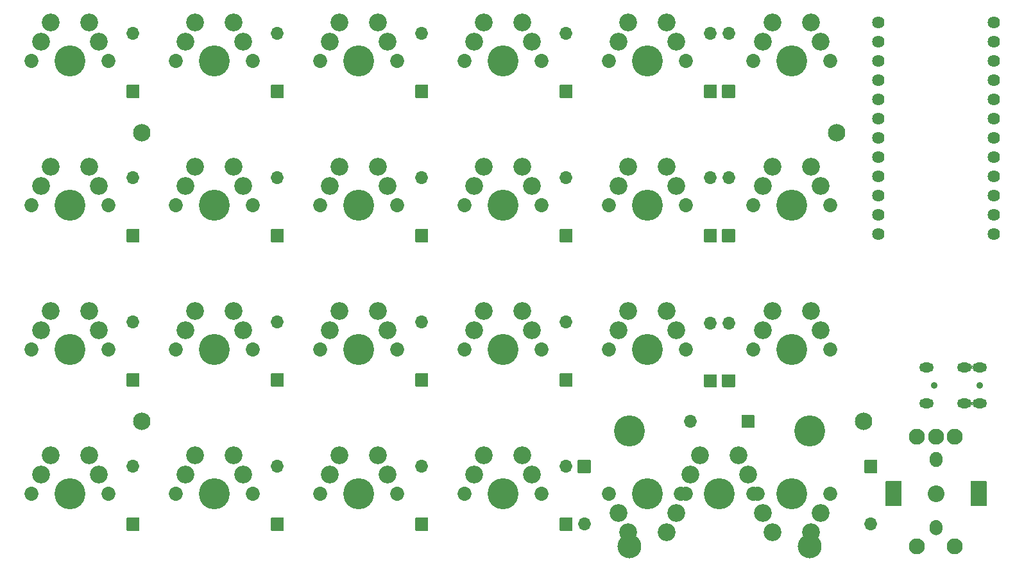
<source format=gts>
G04 #@! TF.GenerationSoftware,KiCad,Pcbnew,(5.1.10)-1*
G04 #@! TF.CreationDate,2021-08-14T02:52:01+09:00*
G04 #@! TF.ProjectId,Lyrae,4c797261-652e-46b6-9963-61645f706362,rev?*
G04 #@! TF.SameCoordinates,Original*
G04 #@! TF.FileFunction,Soldermask,Top*
G04 #@! TF.FilePolarity,Negative*
%FSLAX46Y46*%
G04 Gerber Fmt 4.6, Leading zero omitted, Abs format (unit mm)*
G04 Created by KiCad (PCBNEW (5.1.10)-1) date 2021-08-14 02:52:01*
%MOMM*%
%LPD*%
G01*
G04 APERTURE LIST*
%ADD10O,1.902000X1.302000*%
%ADD11C,0.902000*%
%ADD12C,2.302000*%
%ADD13C,1.626000*%
%ADD14C,4.089800*%
%ADD15C,3.150000*%
%ADD16C,1.852000*%
%ADD17C,2.352000*%
%ADD18C,2.102000*%
%ADD19C,2.202000*%
%ADD20O,1.702000X1.702000*%
%ADD21C,0.100000*%
G04 APERTURE END LIST*
D10*
X199012763Y-108733187D03*
X199012763Y-113533187D03*
X204012763Y-113533187D03*
X204012763Y-108733187D03*
X206012763Y-113533187D03*
X206012763Y-108733187D03*
D11*
X200012763Y-111133187D03*
X206012763Y-111133187D03*
D12*
X190762683Y-115895707D03*
X187190793Y-77795547D03*
X95512283Y-115895707D03*
X95512283Y-77795547D03*
D13*
X207902179Y-63245491D03*
X207902179Y-65785491D03*
X207902179Y-68325491D03*
X207902179Y-70865491D03*
X207902179Y-73405491D03*
X207902179Y-75945491D03*
X207902179Y-78485491D03*
X207902179Y-81025491D03*
X207902179Y-83565491D03*
X207902179Y-86105491D03*
X207902179Y-88645491D03*
X207902179Y-91185491D03*
X192662179Y-91185491D03*
X192662179Y-88645491D03*
X192662179Y-86105491D03*
X192662179Y-83565491D03*
X192662179Y-81025491D03*
X192662179Y-78485491D03*
X192662179Y-75945491D03*
X192662179Y-73405491D03*
X192662179Y-70865491D03*
X192662179Y-68325491D03*
X192662179Y-65785491D03*
X192662179Y-63245491D03*
D14*
X183618453Y-117165467D03*
X159805953Y-117165467D03*
D15*
X183618453Y-132405467D03*
X159805953Y-132405467D03*
D16*
X176792203Y-125420467D03*
X166632203Y-125420467D03*
D17*
X167902203Y-122880467D03*
D14*
X171712203Y-125420467D03*
D17*
X174252203Y-120340467D03*
D14*
X171712203Y-125420467D03*
D16*
X176792203Y-125420467D03*
D17*
X175522203Y-122880467D03*
D16*
X166632203Y-125420467D03*
D17*
X169172203Y-120340467D03*
D16*
X176157203Y-125420467D03*
X186317203Y-125420467D03*
D17*
X185047203Y-127960467D03*
D14*
X181237203Y-125420467D03*
D17*
X178697203Y-130500467D03*
D14*
X181237203Y-125420467D03*
D16*
X176157203Y-125420467D03*
D17*
X177427203Y-127960467D03*
D16*
X186317203Y-125420467D03*
D17*
X183777203Y-130500467D03*
D16*
X157107203Y-125420467D03*
X167267203Y-125420467D03*
D17*
X165997203Y-127960467D03*
D14*
X162187203Y-125420467D03*
D17*
X159647203Y-130500467D03*
D14*
X162187203Y-125420467D03*
D16*
X157107203Y-125420467D03*
D17*
X158377203Y-127960467D03*
D16*
X167267203Y-125420467D03*
D17*
X164727203Y-130500467D03*
D16*
X148217483Y-125420747D03*
X138057483Y-125420747D03*
D17*
X139327483Y-122880747D03*
D14*
X143137483Y-125420747D03*
D17*
X145677483Y-120340747D03*
D14*
X143137483Y-125420747D03*
D16*
X148217483Y-125420747D03*
D17*
X146947483Y-122880747D03*
D16*
X138057483Y-125420747D03*
D17*
X140597483Y-120340747D03*
D16*
X129167403Y-125420747D03*
X119007403Y-125420747D03*
D17*
X120277403Y-122880747D03*
D14*
X124087403Y-125420747D03*
D17*
X126627403Y-120340747D03*
D14*
X124087403Y-125420747D03*
D16*
X129167403Y-125420747D03*
D17*
X127897403Y-122880747D03*
D16*
X119007403Y-125420747D03*
D17*
X121547403Y-120340747D03*
D16*
X110117323Y-125420747D03*
X99957323Y-125420747D03*
D17*
X101227323Y-122880747D03*
D14*
X105037323Y-125420747D03*
D17*
X107577323Y-120340747D03*
D14*
X105037323Y-125420747D03*
D16*
X110117323Y-125420747D03*
D17*
X108847323Y-122880747D03*
D16*
X99957323Y-125420747D03*
D17*
X102497323Y-120340747D03*
D16*
X91067243Y-125420747D03*
X80907243Y-125420747D03*
D17*
X82177243Y-122880747D03*
D14*
X85987243Y-125420747D03*
D17*
X88527243Y-120340747D03*
D14*
X85987243Y-125420747D03*
D16*
X91067243Y-125420747D03*
D17*
X89797243Y-122880747D03*
D16*
X80907243Y-125420747D03*
D17*
X83447243Y-120340747D03*
D16*
X186317643Y-106370667D03*
X176157643Y-106370667D03*
D17*
X177427643Y-103830667D03*
D14*
X181237643Y-106370667D03*
D17*
X183777643Y-101290667D03*
D14*
X181237643Y-106370667D03*
D16*
X186317643Y-106370667D03*
D17*
X185047643Y-103830667D03*
D16*
X176157643Y-106370667D03*
D17*
X178697643Y-101290667D03*
D16*
X167267203Y-106370531D03*
X157107203Y-106370531D03*
D17*
X158377203Y-103830531D03*
D14*
X162187203Y-106370531D03*
D17*
X164727203Y-101290531D03*
D14*
X162187203Y-106370531D03*
D16*
X167267203Y-106370531D03*
D17*
X165997203Y-103830531D03*
D16*
X157107203Y-106370531D03*
D17*
X159647203Y-101290531D03*
D16*
X148217483Y-106370667D03*
X138057483Y-106370667D03*
D17*
X139327483Y-103830667D03*
D14*
X143137483Y-106370667D03*
D17*
X145677483Y-101290667D03*
D14*
X143137483Y-106370667D03*
D16*
X148217483Y-106370667D03*
D17*
X146947483Y-103830667D03*
D16*
X138057483Y-106370667D03*
D17*
X140597483Y-101290667D03*
D16*
X129167403Y-106370667D03*
X119007403Y-106370667D03*
D17*
X120277403Y-103830667D03*
D14*
X124087403Y-106370667D03*
D17*
X126627403Y-101290667D03*
D14*
X124087403Y-106370667D03*
D16*
X129167403Y-106370667D03*
D17*
X127897403Y-103830667D03*
D16*
X119007403Y-106370667D03*
D17*
X121547403Y-101290667D03*
D16*
X110117323Y-106370667D03*
X99957323Y-106370667D03*
D17*
X101227323Y-103830667D03*
D14*
X105037323Y-106370667D03*
D17*
X107577323Y-101290667D03*
D14*
X105037323Y-106370667D03*
D16*
X110117323Y-106370667D03*
D17*
X108847323Y-103830667D03*
D16*
X99957323Y-106370667D03*
D17*
X102497323Y-101290667D03*
D16*
X91067243Y-106370667D03*
X80907243Y-106370667D03*
D17*
X82177243Y-103830667D03*
D14*
X85987243Y-106370667D03*
D17*
X88527243Y-101290667D03*
D14*
X85987243Y-106370667D03*
D16*
X91067243Y-106370667D03*
D17*
X89797243Y-103830667D03*
D16*
X80907243Y-106370667D03*
D17*
X83447243Y-101290667D03*
D16*
X186317643Y-87320587D03*
X176157643Y-87320587D03*
D17*
X177427643Y-84780587D03*
D14*
X181237643Y-87320587D03*
D17*
X183777643Y-82240587D03*
D14*
X181237643Y-87320587D03*
D16*
X186317643Y-87320587D03*
D17*
X185047643Y-84780587D03*
D16*
X176157643Y-87320587D03*
D17*
X178697643Y-82240587D03*
D16*
X167267563Y-87320587D03*
X157107563Y-87320587D03*
D17*
X158377563Y-84780587D03*
D14*
X162187563Y-87320587D03*
D17*
X164727563Y-82240587D03*
D14*
X162187563Y-87320587D03*
D16*
X167267563Y-87320587D03*
D17*
X165997563Y-84780587D03*
D16*
X157107563Y-87320587D03*
D17*
X159647563Y-82240587D03*
D16*
X148217483Y-87320587D03*
X138057483Y-87320587D03*
D17*
X139327483Y-84780587D03*
D14*
X143137483Y-87320587D03*
D17*
X145677483Y-82240587D03*
D14*
X143137483Y-87320587D03*
D16*
X148217483Y-87320587D03*
D17*
X146947483Y-84780587D03*
D16*
X138057483Y-87320587D03*
D17*
X140597483Y-82240587D03*
D16*
X129167403Y-87320587D03*
X119007403Y-87320587D03*
D17*
X120277403Y-84780587D03*
D14*
X124087403Y-87320587D03*
D17*
X126627403Y-82240587D03*
D14*
X124087403Y-87320587D03*
D16*
X129167403Y-87320587D03*
D17*
X127897403Y-84780587D03*
D16*
X119007403Y-87320587D03*
D17*
X121547403Y-82240587D03*
D16*
X110117323Y-87320587D03*
X99957323Y-87320587D03*
D17*
X101227323Y-84780587D03*
D14*
X105037323Y-87320587D03*
D17*
X107577323Y-82240587D03*
D14*
X105037323Y-87320587D03*
D16*
X110117323Y-87320587D03*
D17*
X108847323Y-84780587D03*
D16*
X99957323Y-87320587D03*
D17*
X102497323Y-82240587D03*
D16*
X91067243Y-87320587D03*
X80907243Y-87320587D03*
D17*
X82177243Y-84780587D03*
D14*
X85987243Y-87320587D03*
D17*
X88527243Y-82240587D03*
D14*
X85987243Y-87320587D03*
D16*
X91067243Y-87320587D03*
D17*
X89797243Y-84780587D03*
D16*
X80907243Y-87320587D03*
D17*
X83447243Y-82240587D03*
D16*
X186317603Y-68270467D03*
X176157603Y-68270467D03*
D17*
X177427603Y-65730467D03*
D14*
X181237603Y-68270467D03*
D17*
X183777603Y-63190467D03*
D14*
X181237603Y-68270467D03*
D16*
X186317603Y-68270467D03*
D17*
X185047603Y-65730467D03*
D16*
X176157603Y-68270467D03*
D17*
X178697603Y-63190467D03*
D16*
X167267523Y-68270467D03*
X157107523Y-68270467D03*
D17*
X158377523Y-65730467D03*
D14*
X162187523Y-68270467D03*
D17*
X164727523Y-63190467D03*
D14*
X162187523Y-68270467D03*
D16*
X167267523Y-68270467D03*
D17*
X165997523Y-65730467D03*
D16*
X157107523Y-68270467D03*
D17*
X159647523Y-63190467D03*
D16*
X148217443Y-68270467D03*
X138057443Y-68270467D03*
D17*
X139327443Y-65730467D03*
D14*
X143137443Y-68270467D03*
D17*
X145677443Y-63190467D03*
D14*
X143137443Y-68270467D03*
D16*
X148217443Y-68270467D03*
D17*
X146947443Y-65730467D03*
D16*
X138057443Y-68270467D03*
D17*
X140597443Y-63190467D03*
D16*
X129167363Y-68270467D03*
X119007363Y-68270467D03*
D17*
X120277363Y-65730467D03*
D14*
X124087363Y-68270467D03*
D17*
X126627363Y-63190467D03*
D14*
X124087363Y-68270467D03*
D16*
X129167363Y-68270467D03*
D17*
X127897363Y-65730467D03*
D16*
X119007363Y-68270467D03*
D17*
X121547363Y-63190467D03*
D16*
X110117283Y-68270467D03*
X99957283Y-68270467D03*
D17*
X101227283Y-65730467D03*
D14*
X105037283Y-68270467D03*
D17*
X107577283Y-63190467D03*
D14*
X105037283Y-68270467D03*
D16*
X110117283Y-68270467D03*
D17*
X108847283Y-65730467D03*
D16*
X99957283Y-68270467D03*
D17*
X102497283Y-63190467D03*
D16*
X91067203Y-68270467D03*
X80907203Y-68270467D03*
D17*
X82177203Y-65730467D03*
D14*
X85987203Y-68270467D03*
D17*
X88527203Y-63190467D03*
D14*
X85987203Y-68270467D03*
D16*
X91067203Y-68270467D03*
D17*
X89797203Y-65730467D03*
D16*
X80907203Y-68270467D03*
D17*
X83447203Y-63190467D03*
D18*
X197787187Y-132420747D03*
X202787187Y-132420747D03*
G36*
G01*
X193687187Y-123769747D02*
X195687187Y-123769747D01*
G75*
G02*
X195738187Y-123820747I0J-51000D01*
G01*
X195738187Y-127020747D01*
G75*
G02*
X195687187Y-127071747I-51000J0D01*
G01*
X193687187Y-127071747D01*
G75*
G02*
X193636187Y-127020747I0J51000D01*
G01*
X193636187Y-123820747D01*
G75*
G02*
X193687187Y-123769747I51000J0D01*
G01*
G37*
G36*
G01*
X204887187Y-123769747D02*
X206887187Y-123769747D01*
G75*
G02*
X206938187Y-123820747I0J-51000D01*
G01*
X206938187Y-127020747D01*
G75*
G02*
X206887187Y-127071747I-51000J0D01*
G01*
X204887187Y-127071747D01*
G75*
G02*
X204836187Y-127020747I0J51000D01*
G01*
X204836187Y-123820747D01*
G75*
G02*
X204887187Y-123769747I51000J0D01*
G01*
G37*
X197787187Y-117920747D03*
X200287187Y-117920747D03*
X202787187Y-117920747D03*
D19*
X200287187Y-125420747D03*
G36*
G01*
X200287187Y-128919747D02*
X200287187Y-128919747D01*
G75*
G02*
X201138187Y-129770747I0J-851000D01*
G01*
X201138187Y-130070747D01*
G75*
G02*
X200287187Y-130921747I-851000J0D01*
G01*
X200287187Y-130921747D01*
G75*
G02*
X199436187Y-130070747I0J851000D01*
G01*
X199436187Y-129770747D01*
G75*
G02*
X200287187Y-128919747I851000J0D01*
G01*
G37*
G36*
G01*
X200287187Y-119919747D02*
X200287187Y-119919747D01*
G75*
G02*
X201138187Y-120770747I0J-851000D01*
G01*
X201138187Y-121070747D01*
G75*
G02*
X200287187Y-121921747I-851000J0D01*
G01*
X200287187Y-121921747D01*
G75*
G02*
X199436187Y-121070747I0J851000D01*
G01*
X199436187Y-120770747D01*
G75*
G02*
X200287187Y-119919747I851000J0D01*
G01*
G37*
D20*
X191691430Y-129468857D03*
G36*
G01*
X190891430Y-120997857D02*
X192491430Y-120997857D01*
G75*
G02*
X192542430Y-121048857I0J-51000D01*
G01*
X192542430Y-122648857D01*
G75*
G02*
X192491430Y-122699857I-51000J0D01*
G01*
X190891430Y-122699857D01*
G75*
G02*
X190840430Y-122648857I0J51000D01*
G01*
X190840430Y-121048857D01*
G75*
G02*
X190891430Y-120997857I51000J0D01*
G01*
G37*
X167830500Y-115895467D03*
G36*
G01*
X176301500Y-115095467D02*
X176301500Y-116695467D01*
G75*
G02*
X176250500Y-116746467I-51000J0D01*
G01*
X174650500Y-116746467D01*
G75*
G02*
X174599500Y-116695467I0J51000D01*
G01*
X174599500Y-115095467D01*
G75*
G02*
X174650500Y-115044467I51000J0D01*
G01*
X176250500Y-115044467D01*
G75*
G02*
X176301500Y-115095467I0J-51000D01*
G01*
G37*
X153852828Y-129468592D03*
G36*
G01*
X153052828Y-120997592D02*
X154652828Y-120997592D01*
G75*
G02*
X154703828Y-121048592I0J-51000D01*
G01*
X154703828Y-122648592D01*
G75*
G02*
X154652828Y-122699592I-51000J0D01*
G01*
X153052828Y-122699592D01*
G75*
G02*
X153001828Y-122648592I0J51000D01*
G01*
X153001828Y-121048592D01*
G75*
G02*
X153052828Y-120997592I51000J0D01*
G01*
G37*
X151471578Y-121848656D03*
G36*
G01*
X152271578Y-130319656D02*
X150671578Y-130319656D01*
G75*
G02*
X150620578Y-130268656I0J51000D01*
G01*
X150620578Y-128668656D01*
G75*
G02*
X150671578Y-128617656I51000J0D01*
G01*
X152271578Y-128617656D01*
G75*
G02*
X152322578Y-128668656I0J-51000D01*
G01*
X152322578Y-130268656D01*
G75*
G02*
X152271578Y-130319656I-51000J0D01*
G01*
G37*
X132421578Y-121848656D03*
G36*
G01*
X133221578Y-130319656D02*
X131621578Y-130319656D01*
G75*
G02*
X131570578Y-130268656I0J51000D01*
G01*
X131570578Y-128668656D01*
G75*
G02*
X131621578Y-128617656I51000J0D01*
G01*
X133221578Y-128617656D01*
G75*
G02*
X133272578Y-128668656I0J-51000D01*
G01*
X133272578Y-130268656D01*
G75*
G02*
X133221578Y-130319656I-51000J0D01*
G01*
G37*
X113371578Y-121848656D03*
G36*
G01*
X114171578Y-130319656D02*
X112571578Y-130319656D01*
G75*
G02*
X112520578Y-130268656I0J51000D01*
G01*
X112520578Y-128668656D01*
G75*
G02*
X112571578Y-128617656I51000J0D01*
G01*
X114171578Y-128617656D01*
G75*
G02*
X114222578Y-128668656I0J-51000D01*
G01*
X114222578Y-130268656D01*
G75*
G02*
X114171578Y-130319656I-51000J0D01*
G01*
G37*
X94321578Y-121848656D03*
G36*
G01*
X95121578Y-130319656D02*
X93521578Y-130319656D01*
G75*
G02*
X93470578Y-130268656I0J51000D01*
G01*
X93470578Y-128668656D01*
G75*
G02*
X93521578Y-128617656I51000J0D01*
G01*
X95121578Y-128617656D01*
G75*
G02*
X95172578Y-128668656I0J-51000D01*
G01*
X95172578Y-130268656D01*
G75*
G02*
X95121578Y-130319656I-51000J0D01*
G01*
G37*
X172902781Y-102917722D03*
G36*
G01*
X173702781Y-111388722D02*
X172102781Y-111388722D01*
G75*
G02*
X172051781Y-111337722I0J51000D01*
G01*
X172051781Y-109737722D01*
G75*
G02*
X172102781Y-109686722I51000J0D01*
G01*
X173702781Y-109686722D01*
G75*
G02*
X173753781Y-109737722I0J-51000D01*
G01*
X173753781Y-111337722D01*
G75*
G02*
X173702781Y-111388722I-51000J0D01*
G01*
G37*
X170521529Y-102917722D03*
G36*
G01*
X171321529Y-111388722D02*
X169721529Y-111388722D01*
G75*
G02*
X169670529Y-111337722I0J51000D01*
G01*
X169670529Y-109737722D01*
G75*
G02*
X169721529Y-109686722I51000J0D01*
G01*
X171321529Y-109686722D01*
G75*
G02*
X171372529Y-109737722I0J-51000D01*
G01*
X171372529Y-111337722D01*
G75*
G02*
X171321529Y-111388722I-51000J0D01*
G01*
G37*
X151471578Y-102798656D03*
G36*
G01*
X152271578Y-111269656D02*
X150671578Y-111269656D01*
G75*
G02*
X150620578Y-111218656I0J51000D01*
G01*
X150620578Y-109618656D01*
G75*
G02*
X150671578Y-109567656I51000J0D01*
G01*
X152271578Y-109567656D01*
G75*
G02*
X152322578Y-109618656I0J-51000D01*
G01*
X152322578Y-111218656D01*
G75*
G02*
X152271578Y-111269656I-51000J0D01*
G01*
G37*
X132421578Y-102798656D03*
G36*
G01*
X133221578Y-111269656D02*
X131621578Y-111269656D01*
G75*
G02*
X131570578Y-111218656I0J51000D01*
G01*
X131570578Y-109618656D01*
G75*
G02*
X131621578Y-109567656I51000J0D01*
G01*
X133221578Y-109567656D01*
G75*
G02*
X133272578Y-109618656I0J-51000D01*
G01*
X133272578Y-111218656D01*
G75*
G02*
X133221578Y-111269656I-51000J0D01*
G01*
G37*
X113371578Y-102798656D03*
G36*
G01*
X114171578Y-111269656D02*
X112571578Y-111269656D01*
G75*
G02*
X112520578Y-111218656I0J51000D01*
G01*
X112520578Y-109618656D01*
G75*
G02*
X112571578Y-109567656I51000J0D01*
G01*
X114171578Y-109567656D01*
G75*
G02*
X114222578Y-109618656I0J-51000D01*
G01*
X114222578Y-111218656D01*
G75*
G02*
X114171578Y-111269656I-51000J0D01*
G01*
G37*
X94321578Y-102798656D03*
G36*
G01*
X95121578Y-111269656D02*
X93521578Y-111269656D01*
G75*
G02*
X93470578Y-111218656I0J51000D01*
G01*
X93470578Y-109618656D01*
G75*
G02*
X93521578Y-109567656I51000J0D01*
G01*
X95121578Y-109567656D01*
G75*
G02*
X95172578Y-109618656I0J-51000D01*
G01*
X95172578Y-111218656D01*
G75*
G02*
X95121578Y-111269656I-51000J0D01*
G01*
G37*
X172902828Y-83748656D03*
G36*
G01*
X173702828Y-92219656D02*
X172102828Y-92219656D01*
G75*
G02*
X172051828Y-92168656I0J51000D01*
G01*
X172051828Y-90568656D01*
G75*
G02*
X172102828Y-90517656I51000J0D01*
G01*
X173702828Y-90517656D01*
G75*
G02*
X173753828Y-90568656I0J-51000D01*
G01*
X173753828Y-92168656D01*
G75*
G02*
X173702828Y-92219656I-51000J0D01*
G01*
G37*
X170521578Y-83748656D03*
G36*
G01*
X171321578Y-92219656D02*
X169721578Y-92219656D01*
G75*
G02*
X169670578Y-92168656I0J51000D01*
G01*
X169670578Y-90568656D01*
G75*
G02*
X169721578Y-90517656I51000J0D01*
G01*
X171321578Y-90517656D01*
G75*
G02*
X171372578Y-90568656I0J-51000D01*
G01*
X171372578Y-92168656D01*
G75*
G02*
X171321578Y-92219656I-51000J0D01*
G01*
G37*
X151471578Y-83748656D03*
G36*
G01*
X152271578Y-92219656D02*
X150671578Y-92219656D01*
G75*
G02*
X150620578Y-92168656I0J51000D01*
G01*
X150620578Y-90568656D01*
G75*
G02*
X150671578Y-90517656I51000J0D01*
G01*
X152271578Y-90517656D01*
G75*
G02*
X152322578Y-90568656I0J-51000D01*
G01*
X152322578Y-92168656D01*
G75*
G02*
X152271578Y-92219656I-51000J0D01*
G01*
G37*
X132421578Y-83748656D03*
G36*
G01*
X133221578Y-92219656D02*
X131621578Y-92219656D01*
G75*
G02*
X131570578Y-92168656I0J51000D01*
G01*
X131570578Y-90568656D01*
G75*
G02*
X131621578Y-90517656I51000J0D01*
G01*
X133221578Y-90517656D01*
G75*
G02*
X133272578Y-90568656I0J-51000D01*
G01*
X133272578Y-92168656D01*
G75*
G02*
X133221578Y-92219656I-51000J0D01*
G01*
G37*
X113371576Y-83748656D03*
G36*
G01*
X114171576Y-92219656D02*
X112571576Y-92219656D01*
G75*
G02*
X112520576Y-92168656I0J51000D01*
G01*
X112520576Y-90568656D01*
G75*
G02*
X112571576Y-90517656I51000J0D01*
G01*
X114171576Y-90517656D01*
G75*
G02*
X114222576Y-90568656I0J-51000D01*
G01*
X114222576Y-92168656D01*
G75*
G02*
X114171576Y-92219656I-51000J0D01*
G01*
G37*
X94321578Y-83748656D03*
G36*
G01*
X95121578Y-92219656D02*
X93521578Y-92219656D01*
G75*
G02*
X93470578Y-92168656I0J51000D01*
G01*
X93470578Y-90568656D01*
G75*
G02*
X93521578Y-90517656I51000J0D01*
G01*
X95121578Y-90517656D01*
G75*
G02*
X95172578Y-90568656I0J-51000D01*
G01*
X95172578Y-92168656D01*
G75*
G02*
X95121578Y-92219656I-51000J0D01*
G01*
G37*
X172902828Y-64698656D03*
G36*
G01*
X173702828Y-73169656D02*
X172102828Y-73169656D01*
G75*
G02*
X172051828Y-73118656I0J51000D01*
G01*
X172051828Y-71518656D01*
G75*
G02*
X172102828Y-71467656I51000J0D01*
G01*
X173702828Y-71467656D01*
G75*
G02*
X173753828Y-71518656I0J-51000D01*
G01*
X173753828Y-73118656D01*
G75*
G02*
X173702828Y-73169656I-51000J0D01*
G01*
G37*
X170521578Y-64698656D03*
G36*
G01*
X171321578Y-73169656D02*
X169721578Y-73169656D01*
G75*
G02*
X169670578Y-73118656I0J51000D01*
G01*
X169670578Y-71518656D01*
G75*
G02*
X169721578Y-71467656I51000J0D01*
G01*
X171321578Y-71467656D01*
G75*
G02*
X171372578Y-71518656I0J-51000D01*
G01*
X171372578Y-73118656D01*
G75*
G02*
X171321578Y-73169656I-51000J0D01*
G01*
G37*
X151471578Y-64698656D03*
G36*
G01*
X152271578Y-73169656D02*
X150671578Y-73169656D01*
G75*
G02*
X150620578Y-73118656I0J51000D01*
G01*
X150620578Y-71518656D01*
G75*
G02*
X150671578Y-71467656I51000J0D01*
G01*
X152271578Y-71467656D01*
G75*
G02*
X152322578Y-71518656I0J-51000D01*
G01*
X152322578Y-73118656D01*
G75*
G02*
X152271578Y-73169656I-51000J0D01*
G01*
G37*
X132421578Y-64698656D03*
G36*
G01*
X133221578Y-73169656D02*
X131621578Y-73169656D01*
G75*
G02*
X131570578Y-73118656I0J51000D01*
G01*
X131570578Y-71518656D01*
G75*
G02*
X131621578Y-71467656I51000J0D01*
G01*
X133221578Y-71467656D01*
G75*
G02*
X133272578Y-71518656I0J-51000D01*
G01*
X133272578Y-73118656D01*
G75*
G02*
X133221578Y-73169656I-51000J0D01*
G01*
G37*
X113371576Y-64698656D03*
G36*
G01*
X114171576Y-73169656D02*
X112571576Y-73169656D01*
G75*
G02*
X112520576Y-73118656I0J51000D01*
G01*
X112520576Y-71518656D01*
G75*
G02*
X112571576Y-71467656I51000J0D01*
G01*
X114171576Y-71467656D01*
G75*
G02*
X114222576Y-71518656I0J-51000D01*
G01*
X114222576Y-73118656D01*
G75*
G02*
X114171576Y-73169656I-51000J0D01*
G01*
G37*
X94321578Y-64698656D03*
G36*
G01*
X95121578Y-73169656D02*
X93521578Y-73169656D01*
G75*
G02*
X93470578Y-73118656I0J51000D01*
G01*
X93470578Y-71518656D01*
G75*
G02*
X93521578Y-71467656I51000J0D01*
G01*
X95121578Y-71467656D01*
G75*
G02*
X95172578Y-71518656I0J-51000D01*
G01*
X95172578Y-73118656D01*
G75*
G02*
X95121578Y-73169656I-51000J0D01*
G01*
G37*
D21*
G36*
X204907597Y-113267467D02*
G01*
X204917692Y-113282576D01*
X204934739Y-113299623D01*
X204954786Y-113313017D01*
X204977060Y-113322244D01*
X205000710Y-113326948D01*
X205024816Y-113326948D01*
X205048466Y-113322244D01*
X205070740Y-113313017D01*
X205090788Y-113299622D01*
X205107835Y-113282575D01*
X205117929Y-113267467D01*
X205119723Y-113266582D01*
X205121386Y-113267693D01*
X205121356Y-113269521D01*
X205113174Y-113284829D01*
X205076242Y-113406578D01*
X205063772Y-113533187D01*
X205076242Y-113659796D01*
X205113174Y-113781545D01*
X205121356Y-113796853D01*
X205121290Y-113798852D01*
X205119527Y-113799795D01*
X205117929Y-113798907D01*
X205107834Y-113783798D01*
X205090787Y-113766751D01*
X205070740Y-113753357D01*
X205048466Y-113744130D01*
X205024816Y-113739426D01*
X205000710Y-113739426D01*
X204977060Y-113744130D01*
X204954786Y-113753357D01*
X204934738Y-113766752D01*
X204917691Y-113783799D01*
X204907597Y-113798907D01*
X204905803Y-113799792D01*
X204904140Y-113798681D01*
X204904170Y-113796853D01*
X204912352Y-113781545D01*
X204949284Y-113659796D01*
X204961754Y-113533187D01*
X204949284Y-113406578D01*
X204912352Y-113284829D01*
X204904170Y-113269521D01*
X204904236Y-113267522D01*
X204905999Y-113266579D01*
X204907597Y-113267467D01*
G37*
G36*
X204907597Y-108467467D02*
G01*
X204917692Y-108482576D01*
X204934739Y-108499623D01*
X204954786Y-108513017D01*
X204977060Y-108522244D01*
X205000710Y-108526948D01*
X205024816Y-108526948D01*
X205048466Y-108522244D01*
X205070740Y-108513017D01*
X205090788Y-108499622D01*
X205107835Y-108482575D01*
X205117929Y-108467467D01*
X205119723Y-108466582D01*
X205121386Y-108467693D01*
X205121356Y-108469521D01*
X205113174Y-108484829D01*
X205076242Y-108606578D01*
X205063772Y-108733187D01*
X205076242Y-108859796D01*
X205113174Y-108981545D01*
X205121356Y-108996853D01*
X205121290Y-108998852D01*
X205119527Y-108999795D01*
X205117929Y-108998907D01*
X205107834Y-108983798D01*
X205090787Y-108966751D01*
X205070740Y-108953357D01*
X205048466Y-108944130D01*
X205024816Y-108939426D01*
X205000710Y-108939426D01*
X204977060Y-108944130D01*
X204954786Y-108953357D01*
X204934738Y-108966752D01*
X204917691Y-108983799D01*
X204907597Y-108998907D01*
X204905803Y-108999792D01*
X204904140Y-108998681D01*
X204904170Y-108996853D01*
X204912352Y-108981545D01*
X204949284Y-108859796D01*
X204961754Y-108733187D01*
X204949284Y-108606578D01*
X204912352Y-108484829D01*
X204904170Y-108469521D01*
X204904236Y-108467522D01*
X204905999Y-108466579D01*
X204907597Y-108467467D01*
G37*
M02*

</source>
